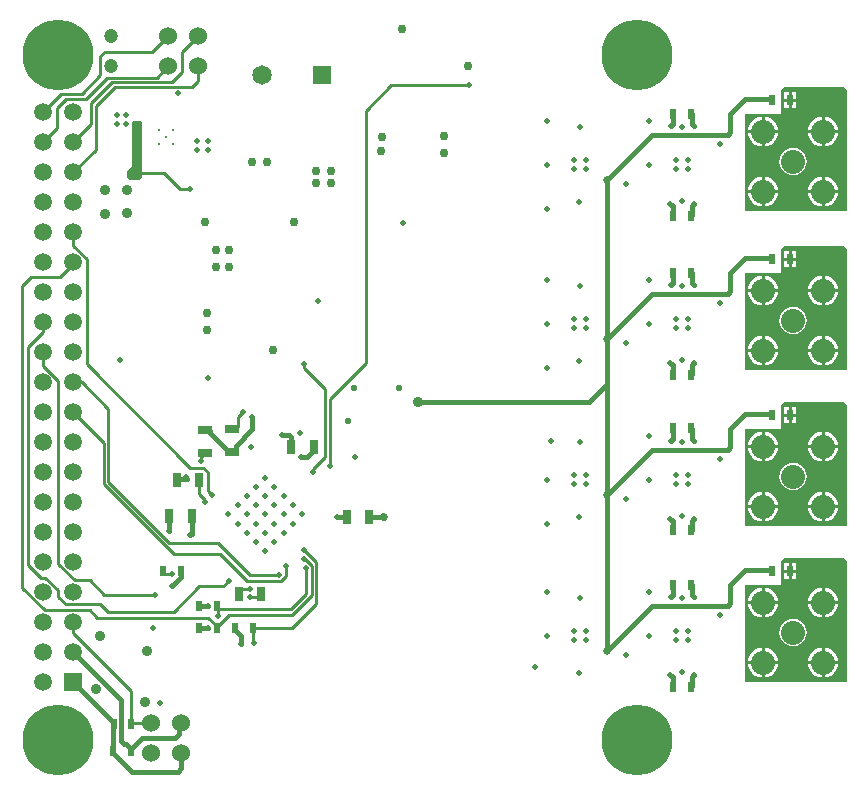
<source format=gbl>
G04*
G04 #@! TF.GenerationSoftware,Altium Limited,Altium Designer,19.1.9 (167)*
G04*
G04 Layer_Physical_Order=4*
G04 Layer_Color=16711680*
%FSLAX25Y25*%
%MOIN*%
G70*
G01*
G75*
%ADD11C,0.01000*%
%ADD20R,0.01968X0.03543*%
%ADD22R,0.02756X0.05118*%
%ADD43R,0.05118X0.02756*%
%ADD77C,0.01500*%
%ADD81C,0.01800*%
%ADD89C,0.06000*%
%ADD90C,0.01181*%
%ADD91C,0.04724*%
%ADD92C,0.08000*%
%ADD93C,0.05906*%
%ADD94R,0.05906X0.05906*%
%ADD95C,0.23622*%
%ADD96R,0.06496X0.06496*%
%ADD97C,0.06496*%
%ADD98C,0.02000*%
%ADD99C,0.03000*%
%ADD100C,0.03500*%
%ADD101C,0.02500*%
%ADD102C,0.02700*%
%ADD103C,0.02200*%
%ADD104C,0.01968*%
G36*
X43000Y220000D02*
Y202000D01*
X42000Y201000D01*
X39000Y201000D01*
X38000Y202000D01*
Y204000D01*
X39500Y205500D01*
Y220000D01*
X40000Y220500D01*
X42500D01*
X43000Y220000D01*
D02*
G37*
G36*
X278000Y231000D02*
X278000Y223000D01*
X278000Y190500D01*
X244000D01*
X244000Y223000D01*
X256000D01*
X256000Y231000D01*
X257000Y232000D01*
X277000Y232000D01*
X278000Y231000D01*
D02*
G37*
G36*
Y178000D02*
X278000Y170000D01*
X278000Y137500D01*
X244000D01*
X244000Y170000D01*
X256000D01*
X256000Y178000D01*
X257000Y179000D01*
X277000Y179000D01*
X278000Y178000D01*
D02*
G37*
G36*
Y126000D02*
X278000Y118000D01*
X278000Y85500D01*
X244000D01*
X244000Y118000D01*
X256000D01*
X256000Y126000D01*
X257000Y127000D01*
X277000Y127000D01*
X278000Y126000D01*
D02*
G37*
G36*
Y74000D02*
X278000Y66000D01*
X278000Y33500D01*
X244000D01*
X244000Y66000D01*
X256000D01*
X256000Y74000D01*
X257000Y75000D01*
X277000Y75000D01*
X278000Y74000D01*
D02*
G37*
%LPC*%
G36*
X260937Y230272D02*
X259453D01*
Y228000D01*
X260937D01*
Y230272D01*
D02*
G37*
G36*
X258453D02*
X256968D01*
Y228000D01*
X258453D01*
Y230272D01*
D02*
G37*
G36*
X260937Y227000D02*
X259453D01*
Y224728D01*
X260937D01*
Y227000D01*
D02*
G37*
G36*
X258453D02*
X256968D01*
Y224728D01*
X258453D01*
Y227000D01*
D02*
G37*
G36*
X270453Y221977D02*
Y217500D01*
X274930D01*
X274824Y218305D01*
X274320Y219522D01*
X273519Y220566D01*
X272474Y221368D01*
X271258Y221871D01*
X270453Y221977D01*
D02*
G37*
G36*
X250453D02*
Y217500D01*
X254930D01*
X254824Y218305D01*
X254320Y219522D01*
X253519Y220566D01*
X252474Y221368D01*
X251258Y221871D01*
X250453Y221977D01*
D02*
G37*
G36*
X269453D02*
X268648Y221871D01*
X267431Y221368D01*
X266387Y220566D01*
X265585Y219522D01*
X265082Y218305D01*
X264976Y217500D01*
X269453D01*
Y221977D01*
D02*
G37*
G36*
X249453D02*
X248647Y221871D01*
X247431Y221368D01*
X246387Y220566D01*
X245585Y219522D01*
X245081Y218305D01*
X244975Y217500D01*
X249453D01*
Y221977D01*
D02*
G37*
G36*
X274930Y216500D02*
X270453D01*
Y212023D01*
X271258Y212129D01*
X272474Y212632D01*
X273519Y213434D01*
X274320Y214478D01*
X274824Y215695D01*
X274930Y216500D01*
D02*
G37*
G36*
X254930D02*
X250453D01*
Y212023D01*
X251258Y212129D01*
X252474Y212632D01*
X253519Y213434D01*
X254320Y214478D01*
X254824Y215695D01*
X254930Y216500D01*
D02*
G37*
G36*
X269453D02*
X264976D01*
X265082Y215695D01*
X265585Y214478D01*
X266387Y213434D01*
X267431Y212632D01*
X268648Y212129D01*
X269453Y212023D01*
Y216500D01*
D02*
G37*
G36*
X249453D02*
X244975D01*
X245081Y215695D01*
X245585Y214478D01*
X246387Y213434D01*
X247431Y212632D01*
X248647Y212129D01*
X249453Y212023D01*
Y216500D01*
D02*
G37*
G36*
X259953Y211539D02*
X258778Y211384D01*
X257683Y210931D01*
X256743Y210209D01*
X256022Y209269D01*
X255569Y208175D01*
X255414Y207000D01*
X255569Y205825D01*
X256022Y204731D01*
X256743Y203791D01*
X257683Y203069D01*
X258778Y202616D01*
X259953Y202461D01*
X261127Y202616D01*
X262222Y203069D01*
X263162Y203791D01*
X263883Y204731D01*
X264337Y205825D01*
X264492Y207000D01*
X264337Y208175D01*
X263883Y209269D01*
X263162Y210209D01*
X262222Y210931D01*
X261127Y211384D01*
X259953Y211539D01*
D02*
G37*
G36*
X270453Y201977D02*
Y197500D01*
X274930D01*
X274824Y198305D01*
X274320Y199522D01*
X273519Y200566D01*
X272474Y201367D01*
X271258Y201871D01*
X270453Y201977D01*
D02*
G37*
G36*
X250453D02*
Y197500D01*
X254930D01*
X254824Y198305D01*
X254320Y199522D01*
X253519Y200566D01*
X252474Y201367D01*
X251258Y201871D01*
X250453Y201977D01*
D02*
G37*
G36*
X269453D02*
X268648Y201871D01*
X267431Y201367D01*
X266387Y200566D01*
X265585Y199522D01*
X265082Y198305D01*
X264976Y197500D01*
X269453D01*
Y201977D01*
D02*
G37*
G36*
X249453D02*
X248647Y201871D01*
X247431Y201367D01*
X246387Y200566D01*
X245585Y199522D01*
X245081Y198305D01*
X244975Y197500D01*
X249453D01*
Y201977D01*
D02*
G37*
G36*
X274930Y196500D02*
X270453D01*
Y192023D01*
X271258Y192129D01*
X272474Y192632D01*
X273519Y193434D01*
X274320Y194478D01*
X274824Y195695D01*
X274930Y196500D01*
D02*
G37*
G36*
X254930D02*
X250453D01*
Y192023D01*
X251258Y192129D01*
X252474Y192632D01*
X253519Y193434D01*
X254320Y194478D01*
X254824Y195695D01*
X254930Y196500D01*
D02*
G37*
G36*
X269453D02*
X264976D01*
X265082Y195695D01*
X265585Y194478D01*
X266387Y193434D01*
X267431Y192632D01*
X268648Y192129D01*
X269453Y192023D01*
Y196500D01*
D02*
G37*
G36*
X249453D02*
X244975D01*
X245081Y195695D01*
X245585Y194478D01*
X246387Y193434D01*
X247431Y192632D01*
X248647Y192129D01*
X249453Y192023D01*
Y196500D01*
D02*
G37*
G36*
X260937Y177272D02*
X259453D01*
Y175000D01*
X260937D01*
Y177272D01*
D02*
G37*
G36*
X258453D02*
X256968D01*
Y175000D01*
X258453D01*
Y177272D01*
D02*
G37*
G36*
X260937Y174000D02*
X259453D01*
Y171728D01*
X260937D01*
Y174000D01*
D02*
G37*
G36*
X258453D02*
X256968D01*
Y171728D01*
X258453D01*
Y174000D01*
D02*
G37*
G36*
X270453Y168977D02*
Y164500D01*
X274930D01*
X274824Y165305D01*
X274320Y166522D01*
X273519Y167566D01*
X272474Y168368D01*
X271258Y168871D01*
X270453Y168977D01*
D02*
G37*
G36*
X250453D02*
Y164500D01*
X254930D01*
X254824Y165305D01*
X254320Y166522D01*
X253519Y167566D01*
X252474Y168368D01*
X251258Y168871D01*
X250453Y168977D01*
D02*
G37*
G36*
X269453D02*
X268648Y168871D01*
X267431Y168368D01*
X266387Y167566D01*
X265585Y166522D01*
X265082Y165305D01*
X264976Y164500D01*
X269453D01*
Y168977D01*
D02*
G37*
G36*
X249453D02*
X248647Y168871D01*
X247431Y168368D01*
X246387Y167566D01*
X245585Y166522D01*
X245081Y165305D01*
X244975Y164500D01*
X249453D01*
Y168977D01*
D02*
G37*
G36*
X274930Y163500D02*
X270453D01*
Y159023D01*
X271258Y159129D01*
X272474Y159633D01*
X273519Y160434D01*
X274320Y161478D01*
X274824Y162695D01*
X274930Y163500D01*
D02*
G37*
G36*
X254930D02*
X250453D01*
Y159023D01*
X251258Y159129D01*
X252474Y159633D01*
X253519Y160434D01*
X254320Y161478D01*
X254824Y162695D01*
X254930Y163500D01*
D02*
G37*
G36*
X269453D02*
X264976D01*
X265082Y162695D01*
X265585Y161478D01*
X266387Y160434D01*
X267431Y159633D01*
X268648Y159129D01*
X269453Y159023D01*
Y163500D01*
D02*
G37*
G36*
X249453D02*
X244975D01*
X245081Y162695D01*
X245585Y161478D01*
X246387Y160434D01*
X247431Y159633D01*
X248647Y159129D01*
X249453Y159023D01*
Y163500D01*
D02*
G37*
G36*
X259953Y158539D02*
X258778Y158384D01*
X257683Y157931D01*
X256743Y157209D01*
X256022Y156269D01*
X255569Y155175D01*
X255414Y154000D01*
X255569Y152825D01*
X256022Y151731D01*
X256743Y150791D01*
X257683Y150069D01*
X258778Y149616D01*
X259953Y149461D01*
X261127Y149616D01*
X262222Y150069D01*
X263162Y150791D01*
X263883Y151731D01*
X264337Y152825D01*
X264492Y154000D01*
X264337Y155175D01*
X263883Y156269D01*
X263162Y157209D01*
X262222Y157931D01*
X261127Y158384D01*
X259953Y158539D01*
D02*
G37*
G36*
X270453Y148977D02*
Y144500D01*
X274930D01*
X274824Y145305D01*
X274320Y146522D01*
X273519Y147566D01*
X272474Y148368D01*
X271258Y148871D01*
X270453Y148977D01*
D02*
G37*
G36*
X250453D02*
Y144500D01*
X254930D01*
X254824Y145305D01*
X254320Y146522D01*
X253519Y147566D01*
X252474Y148368D01*
X251258Y148871D01*
X250453Y148977D01*
D02*
G37*
G36*
X269453D02*
X268648Y148871D01*
X267431Y148368D01*
X266387Y147566D01*
X265585Y146522D01*
X265082Y145305D01*
X264976Y144500D01*
X269453D01*
Y148977D01*
D02*
G37*
G36*
X249453D02*
X248647Y148871D01*
X247431Y148368D01*
X246387Y147566D01*
X245585Y146522D01*
X245081Y145305D01*
X244975Y144500D01*
X249453D01*
Y148977D01*
D02*
G37*
G36*
X274930Y143500D02*
X270453D01*
Y139023D01*
X271258Y139129D01*
X272474Y139632D01*
X273519Y140434D01*
X274320Y141478D01*
X274824Y142695D01*
X274930Y143500D01*
D02*
G37*
G36*
X254930D02*
X250453D01*
Y139023D01*
X251258Y139129D01*
X252474Y139632D01*
X253519Y140434D01*
X254320Y141478D01*
X254824Y142695D01*
X254930Y143500D01*
D02*
G37*
G36*
X269453D02*
X264976D01*
X265082Y142695D01*
X265585Y141478D01*
X266387Y140434D01*
X267431Y139632D01*
X268648Y139129D01*
X269453Y139023D01*
Y143500D01*
D02*
G37*
G36*
X249453D02*
X244975D01*
X245081Y142695D01*
X245585Y141478D01*
X246387Y140434D01*
X247431Y139632D01*
X248647Y139129D01*
X249453Y139023D01*
Y143500D01*
D02*
G37*
G36*
X260937Y125272D02*
X259453D01*
Y123000D01*
X260937D01*
Y125272D01*
D02*
G37*
G36*
X258453D02*
X256968D01*
Y123000D01*
X258453D01*
Y125272D01*
D02*
G37*
G36*
X260937Y122000D02*
X259453D01*
Y119728D01*
X260937D01*
Y122000D01*
D02*
G37*
G36*
X258453D02*
X256968D01*
Y119728D01*
X258453D01*
Y122000D01*
D02*
G37*
G36*
X270453Y116977D02*
Y112500D01*
X274930D01*
X274824Y113305D01*
X274320Y114522D01*
X273519Y115566D01*
X272474Y116367D01*
X271258Y116871D01*
X270453Y116977D01*
D02*
G37*
G36*
X250453D02*
Y112500D01*
X254930D01*
X254824Y113305D01*
X254320Y114522D01*
X253519Y115566D01*
X252474Y116367D01*
X251258Y116871D01*
X250453Y116977D01*
D02*
G37*
G36*
X269453D02*
X268648Y116871D01*
X267431Y116367D01*
X266387Y115566D01*
X265585Y114522D01*
X265082Y113305D01*
X264976Y112500D01*
X269453D01*
Y116977D01*
D02*
G37*
G36*
X249453D02*
X248647Y116871D01*
X247431Y116367D01*
X246387Y115566D01*
X245585Y114522D01*
X245081Y113305D01*
X244975Y112500D01*
X249453D01*
Y116977D01*
D02*
G37*
G36*
X274930Y111500D02*
X270453D01*
Y107023D01*
X271258Y107129D01*
X272474Y107633D01*
X273519Y108434D01*
X274320Y109478D01*
X274824Y110695D01*
X274930Y111500D01*
D02*
G37*
G36*
X254930D02*
X250453D01*
Y107023D01*
X251258Y107129D01*
X252474Y107633D01*
X253519Y108434D01*
X254320Y109478D01*
X254824Y110695D01*
X254930Y111500D01*
D02*
G37*
G36*
X269453D02*
X264976D01*
X265082Y110695D01*
X265585Y109478D01*
X266387Y108434D01*
X267431Y107633D01*
X268648Y107129D01*
X269453Y107023D01*
Y111500D01*
D02*
G37*
G36*
X249453D02*
X244975D01*
X245081Y110695D01*
X245585Y109478D01*
X246387Y108434D01*
X247431Y107633D01*
X248647Y107129D01*
X249453Y107023D01*
Y111500D01*
D02*
G37*
G36*
X259953Y106539D02*
X258778Y106384D01*
X257683Y105931D01*
X256743Y105209D01*
X256022Y104269D01*
X255569Y103175D01*
X255414Y102000D01*
X255569Y100825D01*
X256022Y99731D01*
X256743Y98791D01*
X257683Y98069D01*
X258778Y97616D01*
X259953Y97461D01*
X261127Y97616D01*
X262222Y98069D01*
X263162Y98791D01*
X263883Y99731D01*
X264337Y100825D01*
X264492Y102000D01*
X264337Y103175D01*
X263883Y104269D01*
X263162Y105209D01*
X262222Y105931D01*
X261127Y106384D01*
X259953Y106539D01*
D02*
G37*
G36*
X270453Y96977D02*
Y92500D01*
X274930D01*
X274824Y93305D01*
X274320Y94522D01*
X273519Y95566D01*
X272474Y96368D01*
X271258Y96871D01*
X270453Y96977D01*
D02*
G37*
G36*
X250453D02*
Y92500D01*
X254930D01*
X254824Y93305D01*
X254320Y94522D01*
X253519Y95566D01*
X252474Y96368D01*
X251258Y96871D01*
X250453Y96977D01*
D02*
G37*
G36*
X269453D02*
X268648Y96871D01*
X267431Y96368D01*
X266387Y95566D01*
X265585Y94522D01*
X265082Y93305D01*
X264976Y92500D01*
X269453D01*
Y96977D01*
D02*
G37*
G36*
X249453D02*
X248647Y96871D01*
X247431Y96368D01*
X246387Y95566D01*
X245585Y94522D01*
X245081Y93305D01*
X244975Y92500D01*
X249453D01*
Y96977D01*
D02*
G37*
G36*
X274930Y91500D02*
X270453D01*
Y87023D01*
X271258Y87129D01*
X272474Y87633D01*
X273519Y88434D01*
X274320Y89478D01*
X274824Y90695D01*
X274930Y91500D01*
D02*
G37*
G36*
X254930D02*
X250453D01*
Y87023D01*
X251258Y87129D01*
X252474Y87633D01*
X253519Y88434D01*
X254320Y89478D01*
X254824Y90695D01*
X254930Y91500D01*
D02*
G37*
G36*
X269453D02*
X264976D01*
X265082Y90695D01*
X265585Y89478D01*
X266387Y88434D01*
X267431Y87633D01*
X268648Y87129D01*
X269453Y87023D01*
Y91500D01*
D02*
G37*
G36*
X249453D02*
X244975D01*
X245081Y90695D01*
X245585Y89478D01*
X246387Y88434D01*
X247431Y87633D01*
X248647Y87129D01*
X249453Y87023D01*
Y91500D01*
D02*
G37*
G36*
X260937Y73272D02*
X259453D01*
Y71000D01*
X260937D01*
Y73272D01*
D02*
G37*
G36*
X258453D02*
X256968D01*
Y71000D01*
X258453D01*
Y73272D01*
D02*
G37*
G36*
X260937Y70000D02*
X259453D01*
Y67728D01*
X260937D01*
Y70000D01*
D02*
G37*
G36*
X258453D02*
X256968D01*
Y67728D01*
X258453D01*
Y70000D01*
D02*
G37*
G36*
X270453Y64977D02*
Y60500D01*
X274930D01*
X274824Y61305D01*
X274320Y62522D01*
X273519Y63566D01*
X272474Y64368D01*
X271258Y64871D01*
X270453Y64977D01*
D02*
G37*
G36*
X250453D02*
Y60500D01*
X254930D01*
X254824Y61305D01*
X254320Y62522D01*
X253519Y63566D01*
X252474Y64368D01*
X251258Y64871D01*
X250453Y64977D01*
D02*
G37*
G36*
X269453D02*
X268648Y64871D01*
X267431Y64368D01*
X266387Y63566D01*
X265585Y62522D01*
X265082Y61305D01*
X264976Y60500D01*
X269453D01*
Y64977D01*
D02*
G37*
G36*
X249453D02*
X248647Y64871D01*
X247431Y64368D01*
X246387Y63566D01*
X245585Y62522D01*
X245081Y61305D01*
X244975Y60500D01*
X249453D01*
Y64977D01*
D02*
G37*
G36*
X274930Y59500D02*
X270453D01*
Y55023D01*
X271258Y55129D01*
X272474Y55633D01*
X273519Y56434D01*
X274320Y57478D01*
X274824Y58695D01*
X274930Y59500D01*
D02*
G37*
G36*
X254930D02*
X250453D01*
Y55023D01*
X251258Y55129D01*
X252474Y55633D01*
X253519Y56434D01*
X254320Y57478D01*
X254824Y58695D01*
X254930Y59500D01*
D02*
G37*
G36*
X269453D02*
X264976D01*
X265082Y58695D01*
X265585Y57478D01*
X266387Y56434D01*
X267431Y55633D01*
X268648Y55129D01*
X269453Y55023D01*
Y59500D01*
D02*
G37*
G36*
X249453D02*
X244975D01*
X245081Y58695D01*
X245585Y57478D01*
X246387Y56434D01*
X247431Y55633D01*
X248647Y55129D01*
X249453Y55023D01*
Y59500D01*
D02*
G37*
G36*
X259953Y54539D02*
X258778Y54384D01*
X257683Y53931D01*
X256743Y53209D01*
X256022Y52269D01*
X255569Y51175D01*
X255414Y50000D01*
X255569Y48825D01*
X256022Y47731D01*
X256743Y46791D01*
X257683Y46069D01*
X258778Y45616D01*
X259953Y45461D01*
X261127Y45616D01*
X262222Y46069D01*
X263162Y46791D01*
X263883Y47731D01*
X264337Y48825D01*
X264492Y50000D01*
X264337Y51175D01*
X263883Y52269D01*
X263162Y53209D01*
X262222Y53931D01*
X261127Y54384D01*
X259953Y54539D01*
D02*
G37*
G36*
X270453Y44977D02*
Y40500D01*
X274930D01*
X274824Y41305D01*
X274320Y42522D01*
X273519Y43566D01*
X272474Y44368D01*
X271258Y44871D01*
X270453Y44977D01*
D02*
G37*
G36*
X250453D02*
Y40500D01*
X254930D01*
X254824Y41305D01*
X254320Y42522D01*
X253519Y43566D01*
X252474Y44368D01*
X251258Y44871D01*
X250453Y44977D01*
D02*
G37*
G36*
X269453D02*
X268648Y44871D01*
X267431Y44368D01*
X266387Y43566D01*
X265585Y42522D01*
X265082Y41305D01*
X264976Y40500D01*
X269453D01*
Y44977D01*
D02*
G37*
G36*
X249453D02*
X248647Y44871D01*
X247431Y44368D01*
X246387Y43566D01*
X245585Y42522D01*
X245081Y41305D01*
X244975Y40500D01*
X249453D01*
Y44977D01*
D02*
G37*
G36*
X274930Y39500D02*
X270453D01*
Y35023D01*
X271258Y35129D01*
X272474Y35633D01*
X273519Y36434D01*
X274320Y37478D01*
X274824Y38695D01*
X274930Y39500D01*
D02*
G37*
G36*
X254930D02*
X250453D01*
Y35023D01*
X251258Y35129D01*
X252474Y35633D01*
X253519Y36434D01*
X254320Y37478D01*
X254824Y38695D01*
X254930Y39500D01*
D02*
G37*
G36*
X269453D02*
X264976D01*
X265082Y38695D01*
X265585Y37478D01*
X266387Y36434D01*
X267431Y35633D01*
X268648Y35129D01*
X269453Y35023D01*
Y39500D01*
D02*
G37*
G36*
X249453D02*
X244975D01*
X245081Y38695D01*
X245585Y37478D01*
X246387Y36434D01*
X247431Y35633D01*
X248647Y35129D01*
X249453Y35023D01*
Y39500D01*
D02*
G37*
%LPD*%
D11*
X126000Y232500D02*
X152000D01*
X117500Y224000D02*
X126000Y232500D01*
X117500Y139838D02*
Y224000D01*
X20000Y50000D02*
X39353Y30647D01*
Y19500D02*
Y30647D01*
X39837Y20000D02*
X46000D01*
X20000Y50000D02*
Y53453D01*
X74760Y62878D02*
X76382Y64500D01*
X46400Y243500D02*
X51600Y248700D01*
X30500Y243500D02*
X46400D01*
X10000Y150063D02*
Y153453D01*
X5000Y145063D02*
X10000Y150063D01*
X29100Y242100D02*
X30500Y243500D01*
X29100Y235700D02*
Y242100D01*
X79953Y52287D02*
X80740Y51500D01*
X79953Y46847D02*
X80300Y46500D01*
X79953Y46847D02*
Y51500D01*
X10000Y223453D02*
X15947Y229400D01*
X22800D01*
X29100Y235700D01*
X10000Y213453D02*
X14600Y218053D01*
Y225000D01*
X17500Y227900D01*
X24300D01*
X31400Y235000D01*
X47900D01*
X51600Y238700D01*
X20000Y203453D02*
X27500Y210953D01*
Y225500D01*
X34000Y232000D01*
X59500D01*
X61500Y234000D01*
Y238600D01*
X61600Y238700D01*
X20000Y213453D02*
X26000Y219453D01*
Y226600D01*
X32900Y233500D01*
X53000D01*
X56400Y236900D01*
Y243500D01*
X61600Y248700D01*
X64000Y93500D02*
Y94039D01*
X62000Y96039D02*
Y101000D01*
Y96039D02*
X64000Y94039D01*
X30400Y62600D02*
X47200D01*
X25594Y67406D02*
X30400Y62600D01*
X10043Y139000D02*
Y143410D01*
X10000Y143453D02*
X10043Y143410D01*
X15069Y72793D02*
X20457Y67406D01*
X25594D01*
X10043Y139000D02*
X15069Y133974D01*
Y72793D02*
Y133974D01*
X68209Y55591D02*
Y58228D01*
X67953Y59000D02*
X68209Y58744D01*
Y58228D02*
Y58744D01*
Y55591D02*
X68400Y55400D01*
X68437Y58000D02*
X92500D01*
X68209Y58228D02*
X68437Y58000D01*
X92500D02*
X97500Y63000D01*
Y71500D01*
X105500Y105500D02*
Y127838D01*
X117500Y139838D01*
X62600Y107100D02*
Y108606D01*
X63994Y110000D02*
X64000D01*
X62600Y108606D02*
X63994Y110000D01*
X53579Y76100D02*
X69100D01*
X78100Y67100D02*
X89328D01*
X69100Y76100D02*
X78100Y67100D01*
X20000Y123453D02*
X30119Y113333D01*
Y99559D02*
X53579Y76100D01*
X30119Y99559D02*
Y113333D01*
X89328Y67100D02*
X91000Y68772D01*
Y72300D01*
X31619Y100181D02*
Y124581D01*
X52100Y79700D02*
X68300D01*
X31619Y100181D02*
X52100Y79700D01*
X20043Y133410D02*
X22790D01*
X20000Y133453D02*
X20043Y133410D01*
X22790D02*
X31619Y124581D01*
X68300Y79700D02*
X78800Y69200D01*
X88600D01*
X24500Y139400D02*
X58900Y105000D01*
X24500Y139400D02*
Y174543D01*
X63351Y105000D02*
X64830Y103521D01*
X58900Y105000D02*
X63351D01*
X20043Y179000D02*
Y183410D01*
X20000Y183453D02*
X20043Y183410D01*
Y179000D02*
X24500Y174543D01*
X64830Y97066D02*
X66200Y95695D01*
X64830Y97066D02*
Y103521D01*
X64900Y55000D02*
X67783Y52117D01*
X25594Y57406D02*
X28000Y55000D01*
X64900D01*
X67783Y52117D02*
X67953Y52287D01*
Y51500D02*
Y52287D01*
X68116D01*
X3000Y64863D02*
Y165500D01*
Y64863D02*
X10457Y57406D01*
X3000Y165500D02*
X6000Y168500D01*
X15500D01*
X10457Y57406D02*
X25594D01*
X15500Y168500D02*
X20000Y173000D01*
Y173453D01*
X68116Y52287D02*
X71828Y56000D01*
X93000D01*
X97271Y74500D02*
X98271Y73500D01*
X93000Y56000D02*
X99500Y62500D01*
Y72328D01*
X98271Y73500D02*
X98328D01*
X99500Y72328D01*
X97000Y74500D02*
X97271D01*
X9200Y68300D02*
X10743D01*
X5000Y72500D02*
X9200Y68300D01*
X15000Y62000D02*
X17500Y59500D01*
X10743Y68300D02*
X15000Y64043D01*
Y62000D02*
Y64043D01*
X5000Y72500D02*
Y145063D01*
X29000Y59500D02*
X31500Y57000D01*
X17500Y59500D02*
X29000D01*
X31500Y57000D02*
X53500D01*
X62000Y65500D01*
X70000D01*
X71800Y67300D01*
X79953Y51500D02*
Y52287D01*
X80740Y51500D02*
X93000D01*
X101000Y59500D01*
Y73500D01*
X97000Y77500D02*
X101000Y73500D01*
X74760Y62500D02*
Y62878D01*
X76382Y64500D02*
X79000D01*
X73000Y110260D02*
X74181D01*
X79000Y62000D02*
X81862D01*
X82740Y62878D01*
Y63000D01*
X73000Y117740D02*
X74054D01*
X74932Y118618D01*
Y121732D01*
X76700Y123500D01*
X100000Y103600D02*
Y104635D01*
X104000Y108635D01*
Y131172D01*
X97086Y138086D02*
Y139414D01*
X97000Y139500D02*
X97086Y139414D01*
Y138086D02*
X104000Y131172D01*
X50047Y69984D02*
Y70500D01*
Y69984D02*
X50532Y69500D01*
X53000D01*
X40000Y203112D02*
X50341D01*
X55453Y198000D01*
X59000D01*
D20*
X253047Y227500D02*
D03*
X258953D02*
D03*
X253047Y122500D02*
D03*
X258953D02*
D03*
X253047Y70500D02*
D03*
X258953D02*
D03*
X253047Y174500D02*
D03*
X258953D02*
D03*
X33447Y19500D02*
D03*
X39353D02*
D03*
X33347Y10500D02*
D03*
X39253D02*
D03*
X220047Y32000D02*
D03*
X225953D02*
D03*
X220047Y66000D02*
D03*
X225953D02*
D03*
X220047Y223000D02*
D03*
X225953D02*
D03*
X220047Y189000D02*
D03*
X225953D02*
D03*
X220047Y170000D02*
D03*
X225953D02*
D03*
X220047Y136000D02*
D03*
X225953D02*
D03*
X220094Y118047D02*
D03*
X226000D02*
D03*
X220094Y84047D02*
D03*
X226000D02*
D03*
X50047Y70500D02*
D03*
X55953D02*
D03*
X62047Y59000D02*
D03*
X67953D02*
D03*
X62047Y51500D02*
D03*
X67953D02*
D03*
X79953D02*
D03*
X74047D02*
D03*
D22*
X62000Y101000D02*
D03*
X54520D02*
D03*
X100240Y112000D02*
D03*
X92760D02*
D03*
X111260Y88500D02*
D03*
X118740D02*
D03*
X82740Y63000D02*
D03*
X75260D02*
D03*
X59500Y89000D02*
D03*
X52020D02*
D03*
D43*
X73000Y110260D02*
D03*
Y117740D02*
D03*
X64000Y117480D02*
D03*
Y110000D02*
D03*
D77*
X33347Y10500D02*
Y20106D01*
X198000Y133000D02*
Y148000D01*
Y96000D02*
Y133000D01*
Y44000D02*
Y96000D01*
Y148000D02*
Y201000D01*
X192000Y127000D02*
X198000Y133000D01*
X135000Y127000D02*
X192000D01*
X198000Y44000D02*
X213000Y59000D01*
X238121D01*
X239000Y59879D01*
Y66000D01*
X244000Y71000D01*
X252813D01*
X198000Y96000D02*
X213000Y111000D01*
X238121D01*
X239000Y111879D01*
Y118000D01*
X244000Y123000D01*
X252813D01*
X198000Y148000D02*
X213000Y163000D01*
X238121D01*
X239000Y163879D01*
Y170000D01*
X244000Y175000D01*
X252813D01*
X244000Y228000D02*
X252813D01*
X253047Y227766D01*
Y227500D02*
Y227766D01*
X239000Y223000D02*
X244000Y228000D01*
X239000Y216879D02*
Y223000D01*
X238121Y216000D02*
X239000Y216879D01*
X213000Y216000D02*
X238121D01*
X198000Y201000D02*
X213000Y216000D01*
X226187Y62540D02*
Y65766D01*
X226791Y61800D02*
Y61935D01*
X225953Y66000D02*
X226187Y65766D01*
Y62540D02*
X226791Y61935D01*
X219813Y65766D02*
X220047Y66000D01*
X219813Y62634D02*
Y65766D01*
X219114Y61800D02*
Y61935D01*
X219813Y62634D01*
Y32234D02*
X220047Y32000D01*
X219813Y32234D02*
Y35052D01*
X219000Y35865D02*
Y36000D01*
Y35865D02*
X219813Y35052D01*
X227000Y35865D02*
Y36000D01*
X226187Y35052D02*
X227000Y35865D01*
X226187Y32234D02*
Y35052D01*
X225953Y32000D02*
X226187Y32234D01*
X226791Y113800D02*
Y113935D01*
X225953Y118000D02*
X226187Y117766D01*
Y114540D02*
X226791Y113935D01*
X226187Y114540D02*
Y117766D01*
X219813D02*
X220047Y118000D01*
X219813Y114634D02*
Y117766D01*
X219114Y113800D02*
Y113935D01*
X219813Y114634D01*
Y84234D02*
X220047Y84000D01*
X219813Y84234D02*
Y87052D01*
X219000Y87865D02*
Y88000D01*
Y87865D02*
X219813Y87052D01*
X227000Y87865D02*
Y88000D01*
X226187Y87052D02*
X227000Y87865D01*
X226187Y84234D02*
Y87052D01*
X225953Y84000D02*
X226187Y84234D01*
Y166540D02*
Y169766D01*
X226791Y165800D02*
Y165935D01*
X225953Y170000D02*
X226187Y169766D01*
Y166540D02*
X226791Y165935D01*
X219813Y169766D02*
X220047Y170000D01*
X219813Y166634D02*
Y169766D01*
X219114Y165800D02*
Y165935D01*
X219813Y166634D01*
Y136234D02*
X220047Y136000D01*
X219813Y136234D02*
Y139052D01*
X219000Y139865D02*
Y140000D01*
Y139865D02*
X219813Y139052D01*
X227000Y139865D02*
Y140000D01*
X226187Y139052D02*
X227000Y139865D01*
X226187Y136234D02*
Y139052D01*
X225953Y136000D02*
X226187Y136234D01*
X56079Y4879D02*
Y9921D01*
X56000Y10000D02*
X56079Y9921D01*
X54800Y3600D02*
X56079Y4879D01*
X39460Y3600D02*
X54800D01*
X33347Y9713D02*
X39460Y3600D01*
X33347Y9713D02*
Y10500D01*
X20000Y33453D02*
X33347Y20106D01*
X36000Y14000D02*
X37061Y12939D01*
X37601D02*
X39253Y11287D01*
X20000Y43453D02*
X36000Y27453D01*
X37061Y12939D02*
X37601D01*
X36000Y14000D02*
Y27453D01*
X39253Y10500D02*
Y11287D01*
X42965Y15000D02*
X54000D01*
X39253Y11287D02*
X42965Y15000D01*
X54000D02*
X55139Y16139D01*
Y19139D01*
X56000Y20000D01*
X92760Y112000D02*
Y115058D01*
X92018Y115800D02*
X92760Y115058D01*
X89600Y115800D02*
X92018D01*
X219000Y192865D02*
X219813Y192052D01*
X219000Y192865D02*
Y193000D01*
X219813Y189234D02*
Y192052D01*
Y189234D02*
X220047Y189000D01*
X226187Y189234D02*
Y192052D01*
X225953Y189000D02*
X226187Y189234D01*
Y192052D02*
X227000Y192865D01*
Y193000D01*
X219114Y218935D02*
X219813Y219634D01*
X219114Y218800D02*
Y218935D01*
X219813Y219634D02*
Y222766D01*
X220047Y223000D01*
X226187Y219540D02*
Y222766D01*
Y219540D02*
X226791Y218935D01*
X225953Y223000D02*
X226187Y222766D01*
X226791Y218800D02*
Y218935D01*
X118740Y88500D02*
X123500D01*
X100240Y110819D02*
Y112000D01*
X96048Y108548D02*
X97969D01*
X100240Y110819D01*
X108000Y88500D02*
X111260D01*
D81*
X76062Y46138D02*
X76100Y46100D01*
X76062Y46138D02*
Y48698D01*
X74047Y50713D02*
X76062Y48698D01*
X54581Y101062D02*
X58062D01*
X74181Y110260D02*
Y112184D01*
X74047Y50713D02*
Y51500D01*
X52000Y84000D02*
X52010Y84010D01*
X55869Y68369D02*
Y70416D01*
X53000Y65500D02*
X55869Y68369D01*
Y70416D02*
X55953Y70500D01*
X52010Y88990D02*
X52020Y89000D01*
X52010Y84010D02*
Y88990D01*
X54520Y101000D02*
X54581Y101062D01*
X58062D02*
X58100Y101100D01*
X65659Y116420D02*
X71819Y110260D01*
X64000Y117480D02*
X65181D01*
X65659Y116420D02*
Y117002D01*
X71819Y110260D02*
X73000D01*
X65181Y117480D02*
X65659Y117002D01*
X74181Y112184D02*
X79669Y117672D01*
Y121831D01*
X59000Y82500D02*
X59500Y83000D01*
Y89000D01*
X62047Y51500D02*
X65000D01*
X62047Y59000D02*
X65000D01*
D89*
X61600Y248700D02*
D03*
X51600Y238700D02*
D03*
X61600D02*
D03*
X51600Y248700D02*
D03*
X56000Y20000D02*
D03*
X46000Y10000D02*
D03*
Y20000D02*
D03*
X56000Y10000D02*
D03*
D90*
X50984Y215146D02*
D03*
X48701Y217429D02*
D03*
X53268D02*
D03*
Y212862D02*
D03*
X48701D02*
D03*
D91*
X32500Y249000D02*
D03*
Y239000D02*
D03*
D92*
X269953Y40000D02*
D03*
X249953D02*
D03*
X269953Y60000D02*
D03*
X249953D02*
D03*
X259953Y50000D02*
D03*
X269953Y92000D02*
D03*
X249953D02*
D03*
X269953Y112000D02*
D03*
X249953D02*
D03*
X259953Y102000D02*
D03*
X269953Y144000D02*
D03*
X249953D02*
D03*
X269953Y164000D02*
D03*
X249953D02*
D03*
X259953Y154000D02*
D03*
X269953Y197000D02*
D03*
X249953D02*
D03*
X269953Y217000D02*
D03*
X249953D02*
D03*
X259953Y207000D02*
D03*
D93*
X20000Y193453D02*
D03*
X10000D02*
D03*
X20000Y203453D02*
D03*
X10000D02*
D03*
X20000Y213453D02*
D03*
X10000D02*
D03*
X20000Y223453D02*
D03*
X10000D02*
D03*
Y183453D02*
D03*
X20000D02*
D03*
X10000Y173453D02*
D03*
X20000D02*
D03*
X10000Y163453D02*
D03*
X20000D02*
D03*
X10000Y153453D02*
D03*
X20000D02*
D03*
X10000Y143453D02*
D03*
X20000D02*
D03*
X10000Y133453D02*
D03*
X20000D02*
D03*
X10000Y123453D02*
D03*
X20000D02*
D03*
X10000Y113453D02*
D03*
X20000D02*
D03*
X10000Y103453D02*
D03*
X20000D02*
D03*
X10000Y93453D02*
D03*
X20000D02*
D03*
X10000Y83453D02*
D03*
X20000D02*
D03*
X10000Y73453D02*
D03*
X20000D02*
D03*
X10000Y63453D02*
D03*
X20000D02*
D03*
X10000Y53453D02*
D03*
X20000D02*
D03*
X10000Y43453D02*
D03*
X20000D02*
D03*
X10000Y33453D02*
D03*
D94*
X20000D02*
D03*
D95*
X207913Y242626D02*
D03*
X15000D02*
D03*
X207913Y14280D02*
D03*
X15000D02*
D03*
D96*
X103000Y236000D02*
D03*
D97*
X83000D02*
D03*
D98*
X130000Y186500D02*
D03*
X152000Y232500D02*
D03*
X76100Y46100D02*
D03*
X46500Y51500D02*
D03*
X49000Y26500D02*
D03*
X179400Y113800D02*
D03*
X174000Y38600D02*
D03*
X235547Y56000D02*
D03*
X212000Y49000D02*
D03*
Y63500D02*
D03*
X204147Y42500D02*
D03*
X178000Y49000D02*
D03*
Y63500D02*
D03*
X226791Y61800D02*
D03*
X223000Y61500D02*
D03*
X219114Y61800D02*
D03*
X219000Y36000D02*
D03*
X223000Y37000D02*
D03*
X227000Y36000D02*
D03*
X189000Y61500D02*
D03*
X188500Y36500D02*
D03*
X235547Y108000D02*
D03*
X212000Y101000D02*
D03*
Y115500D02*
D03*
X204147Y94500D02*
D03*
X178047Y86047D02*
D03*
X178000Y101000D02*
D03*
X226791Y113800D02*
D03*
X223000Y113500D02*
D03*
X219114Y113800D02*
D03*
X219000Y88000D02*
D03*
X223000Y89000D02*
D03*
X227000Y88000D02*
D03*
X189000Y113500D02*
D03*
X188500Y88500D02*
D03*
X235547Y160000D02*
D03*
X212000Y153000D02*
D03*
Y167500D02*
D03*
X204147Y146500D02*
D03*
X178047Y138047D02*
D03*
X178000Y153000D02*
D03*
Y167500D02*
D03*
X226791Y165800D02*
D03*
X223000Y165500D02*
D03*
X219114Y165800D02*
D03*
X219000Y140000D02*
D03*
X223000Y141000D02*
D03*
X227000Y140000D02*
D03*
X189000Y165500D02*
D03*
X188500Y140500D02*
D03*
X187000Y154500D02*
D03*
Y151500D02*
D03*
X191000D02*
D03*
Y154500D02*
D03*
X221000Y151500D02*
D03*
X225000D02*
D03*
X221000Y154500D02*
D03*
X225000D02*
D03*
X187000Y99500D02*
D03*
Y102500D02*
D03*
X191000D02*
D03*
Y99500D02*
D03*
X221000Y102500D02*
D03*
Y99500D02*
D03*
X225000D02*
D03*
Y102500D02*
D03*
X187000Y47500D02*
D03*
X191000D02*
D03*
X187000Y50500D02*
D03*
X191000D02*
D03*
X221000D02*
D03*
Y47500D02*
D03*
X225000D02*
D03*
Y50500D02*
D03*
X41000Y217953D02*
D03*
X80300Y46500D02*
D03*
X35500Y141000D02*
D03*
X64000Y93500D02*
D03*
X47200Y62600D02*
D03*
X68400Y55400D02*
D03*
X97500Y71500D02*
D03*
X105500Y105500D02*
D03*
X89600Y115800D02*
D03*
X62600Y107100D02*
D03*
X219000Y193000D02*
D03*
X227000D02*
D03*
X219114Y218800D02*
D03*
X226791D02*
D03*
X91000Y72300D02*
D03*
X88600Y69200D02*
D03*
X66200Y95695D02*
D03*
X97000Y74500D02*
D03*
X71800Y67300D02*
D03*
X97000Y77500D02*
D03*
X53000Y65500D02*
D03*
X79000Y64500D02*
D03*
X52000Y84000D02*
D03*
X57716Y101784D02*
D03*
X61200Y211000D02*
D03*
X65000Y135000D02*
D03*
X64800Y211000D02*
D03*
X34700Y219454D02*
D03*
X37700Y222354D02*
D03*
X34700D02*
D03*
X37700Y219454D02*
D03*
X61300Y213900D02*
D03*
X64800D02*
D03*
X55000Y230000D02*
D03*
X79669Y121831D02*
D03*
X95500Y116500D02*
D03*
X101500Y160500D02*
D03*
X178047Y191047D02*
D03*
X188500Y193500D02*
D03*
X187000Y207500D02*
D03*
Y204500D02*
D03*
X191000D02*
D03*
X204147Y199500D02*
D03*
X191000Y207500D02*
D03*
X178000Y220500D02*
D03*
X212000D02*
D03*
X221000Y204500D02*
D03*
X223000Y194000D02*
D03*
X225000Y204500D02*
D03*
X221000Y207500D02*
D03*
X225000D02*
D03*
X235547Y213000D02*
D03*
X96048Y108548D02*
D03*
X59000Y82500D02*
D03*
X65000Y51500D02*
D03*
Y59000D02*
D03*
X79000Y62000D02*
D03*
X108000Y88500D02*
D03*
X79300Y111900D02*
D03*
X114000Y108500D02*
D03*
X76700Y123500D02*
D03*
X178000Y206000D02*
D03*
X189000Y218500D02*
D03*
X212000Y206000D02*
D03*
X223000Y218500D02*
D03*
X97000Y139500D02*
D03*
X100000Y103600D02*
D03*
X53000Y69500D02*
D03*
X40000Y203112D02*
D03*
X59000Y198000D02*
D03*
D99*
X151500Y239000D02*
D03*
X64500Y151000D02*
D03*
X64000Y187000D02*
D03*
X64500Y156500D02*
D03*
X86742Y144250D02*
D03*
X101000Y204000D02*
D03*
Y200000D02*
D03*
X106000D02*
D03*
Y204000D02*
D03*
X129500Y251100D02*
D03*
X67500Y177500D02*
D03*
Y172000D02*
D03*
X72000D02*
D03*
Y177500D02*
D03*
X79500Y207000D02*
D03*
X93500Y187000D02*
D03*
X84500Y207000D02*
D03*
X143500Y210000D02*
D03*
Y215500D02*
D03*
X122800Y215300D02*
D03*
X122600Y210500D02*
D03*
D100*
X30500Y189500D02*
D03*
Y197500D02*
D03*
X38000Y190000D02*
D03*
Y197500D02*
D03*
X44000Y27000D02*
D03*
X29000Y49000D02*
D03*
X44500Y44000D02*
D03*
X27700Y31200D02*
D03*
X135000Y127000D02*
D03*
D101*
X198000Y44000D02*
D03*
Y96000D02*
D03*
Y148000D02*
D03*
Y201000D02*
D03*
D102*
X123500Y88500D02*
D03*
D103*
X111500Y120500D02*
D03*
X113500Y131500D02*
D03*
X128500D02*
D03*
D104*
X71751Y89350D02*
D03*
X74813Y92412D02*
D03*
X77875Y95475D02*
D03*
X80938Y98537D02*
D03*
X84000Y101599D02*
D03*
X74813Y86288D02*
D03*
X77875Y89350D02*
D03*
X80938Y92412D02*
D03*
X84000Y95475D02*
D03*
X87062Y98537D02*
D03*
X77875Y83225D02*
D03*
X80938Y86288D02*
D03*
X84000Y89350D02*
D03*
X87062Y92412D02*
D03*
X90125Y95475D02*
D03*
X80938Y80163D02*
D03*
X84000Y83225D02*
D03*
X87062Y86288D02*
D03*
X90125Y89350D02*
D03*
X93187Y92412D02*
D03*
X84000Y77101D02*
D03*
X87062Y80163D02*
D03*
X90125Y83225D02*
D03*
X93187Y86288D02*
D03*
X96249Y89350D02*
D03*
M02*

</source>
